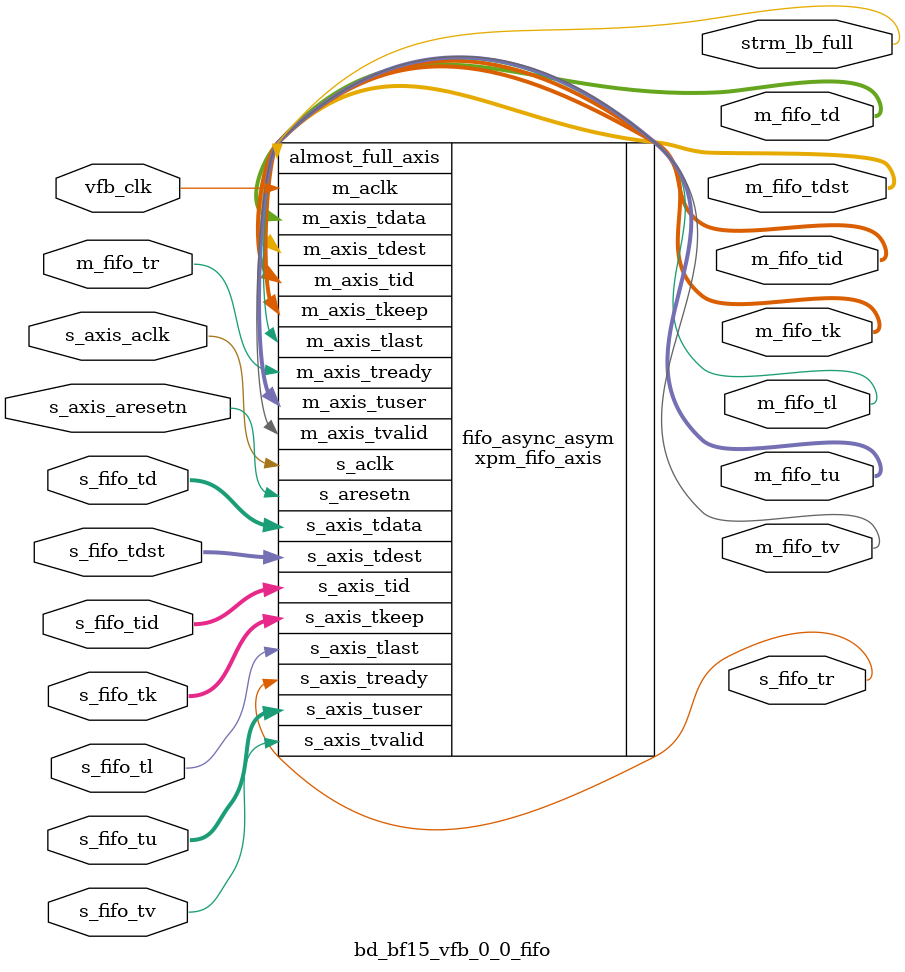
<source format=v>
`timescale 1ps/1ps
module bd_bf15_vfb_0_0_fifo (
  input            s_axis_aclk    ,

  input         s_axis_aresetn ,
  input            vfb_clk        ,
  output    s_fifo_tr      ,
  input     s_fifo_tv      ,
  input      [64-1:0]  s_fifo_td      ,
  input [31:0]     s_fifo_tid    ,   
  input      [24-1:0]  s_fifo_tu      ,
  input      [31:0] s_fifo_tdst      ,
  input      [8-1:0] s_fifo_tk      ,
  input      s_fifo_tl      ,
  input     m_fifo_tr      ,
  output     m_fifo_tv      ,
  output   [64-1:0]   m_fifo_td      ,
  output [31:0]     m_fifo_tid    ,   
  output[ 31:0]     m_fifo_tdst    ,   
  output   [24-1:0]  m_fifo_tu      ,
  output    [8-1:0] m_fifo_tk      ,
  output      m_fifo_tl      ,
  output  strm_lb_full   
);

xpm_fifo_axis#(
      .CLOCKING_MODE("independent_clock"), // String
      .ECC_MODE("no_ecc"),            // String
      .FIFO_DEPTH(1024),              // DECIMAL
      .FIFO_MEMORY_TYPE("block"),      // String
      .PACKET_FIFO("false"),          // String
      .PROG_EMPTY_THRESH(10),         // DECIMAL
      .PROG_FULL_THRESH(1019),          // DECIMAL
      .RD_DATA_COUNT_WIDTH(1),        // DECIMAL
      .RELATED_CLOCKS(0),             // DECIMAL
      .SIM_ASSERT_CHK(0),             // DECIMAL; 0=disable simulation messages, 1=enable simulation messages
      .TDATA_WIDTH(64),               // DECIMAL
      .TDEST_WIDTH(32),                // DECIMAL
      .TID_WIDTH(32),                  // DECIMAL
      .TUSER_WIDTH(24),                // DECIMAL
      .USE_ADV_FEATURES("1000"),      // String
      .WR_DATA_COUNT_WIDTH(1)         // DECIMAL
 ) fifo_async_asym(
  .s_aclk            (s_axis_aclk    ),
  .s_aresetn         (s_axis_aresetn ),
  .m_aclk            (vfb_clk        ),
  .s_axis_tready     (s_fifo_tr      ),
  .s_axis_tvalid     (s_fifo_tv      ),
  .s_axis_tdata      (s_fifo_td      ),
  .s_axis_tid      ( s_fifo_tid      ),
  .s_axis_tuser      (s_fifo_tu      ),
  .s_axis_tdest      (s_fifo_tdst      ),
  .s_axis_tkeep      (s_fifo_tk      ),
  .s_axis_tlast      (s_fifo_tl      ),
  .m_axis_tready     (m_fifo_tr      ),
  .m_axis_tvalid     (m_fifo_tv      ),
  .m_axis_tdata      (m_fifo_td      ),
  .m_axis_tid        (m_fifo_tid      ),
  .m_axis_tdest      (m_fifo_tdst     ),
  .m_axis_tuser      (m_fifo_tu      ),
  .m_axis_tkeep      (m_fifo_tk      ),
  .m_axis_tlast      (m_fifo_tl      ),
  .almost_full_axis  (strm_lb_full   )
);
endmodule

</source>
